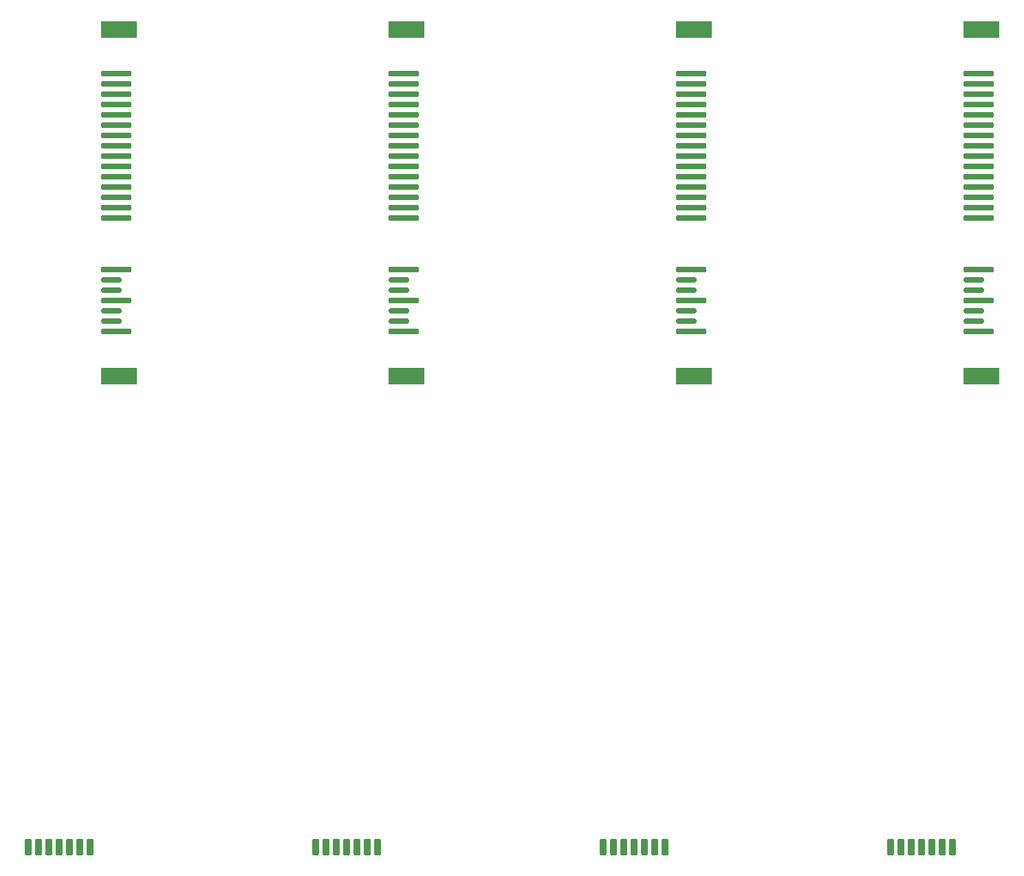
<source format=gbr>
%TF.GenerationSoftware,KiCad,Pcbnew,7.0.9*%
%TF.CreationDate,2024-03-25T15:38:11+01:00*%
%TF.ProjectId,8x-sata-backplane,38782d73-6174-4612-9d62-61636b706c61,rev?*%
%TF.SameCoordinates,Original*%
%TF.FileFunction,Paste,Top*%
%TF.FilePolarity,Positive*%
%FSLAX46Y46*%
G04 Gerber Fmt 4.6, Leading zero omitted, Abs format (unit mm)*
G04 Created by KiCad (PCBNEW 7.0.9) date 2024-03-25 15:38:11*
%MOMM*%
%LPD*%
G01*
G04 APERTURE LIST*
G04 Aperture macros list*
%AMRoundRect*
0 Rectangle with rounded corners*
0 $1 Rounding radius*
0 $2 $3 $4 $5 $6 $7 $8 $9 X,Y pos of 4 corners*
0 Add a 4 corners polygon primitive as box body*
4,1,4,$2,$3,$4,$5,$6,$7,$8,$9,$2,$3,0*
0 Add four circle primitives for the rounded corners*
1,1,$1+$1,$2,$3*
1,1,$1+$1,$4,$5*
1,1,$1+$1,$6,$7*
1,1,$1+$1,$8,$9*
0 Add four rect primitives between the rounded corners*
20,1,$1+$1,$2,$3,$4,$5,0*
20,1,$1+$1,$4,$5,$6,$7,0*
20,1,$1+$1,$6,$7,$8,$9,0*
20,1,$1+$1,$8,$9,$2,$3,0*%
G04 Aperture macros list end*
%ADD10RoundRect,0.150000X1.752500X-0.150000X1.752500X0.150000X-1.752500X0.150000X-1.752500X-0.150000X0*%
%ADD11RoundRect,0.150000X1.117500X-0.150000X1.117500X0.150000X-1.117500X0.150000X-1.117500X-0.150000X0*%
%ADD12RoundRect,0.150000X1.750000X-0.150000X1.750000X0.150000X-1.750000X0.150000X-1.750000X-0.150000X0*%
%ADD13R,4.445000X2.100000*%
%ADD14RoundRect,0.225000X0.225000X0.775000X-0.225000X0.775000X-0.225000X-0.775000X0.225000X-0.775000X0*%
G04 APERTURE END LIST*
D10*
%TO.C,J7*%
X150585500Y-78232000D03*
D11*
X149950500Y-76962000D03*
X149950500Y-75692000D03*
D10*
X150585500Y-74422000D03*
D11*
X149950500Y-73152000D03*
X149950500Y-71882000D03*
D10*
X150585500Y-70612000D03*
D12*
X150583000Y-64262000D03*
X150583000Y-62992000D03*
X150583000Y-61722000D03*
X150583000Y-60452000D03*
X150583000Y-59182000D03*
X150583000Y-57912000D03*
X150583000Y-56642000D03*
X150583000Y-55372000D03*
X150583000Y-54102000D03*
X150583000Y-52832000D03*
X150583000Y-51562000D03*
X150583000Y-50292000D03*
X150583000Y-49022000D03*
X150583000Y-47752000D03*
X150583000Y-46482000D03*
D13*
X150900500Y-83707000D03*
X150900500Y-41007000D03*
%TD*%
D10*
%TO.C,J5*%
X115185500Y-78232000D03*
D11*
X114550500Y-76962000D03*
X114550500Y-75692000D03*
D10*
X115185500Y-74422000D03*
D11*
X114550500Y-73152000D03*
X114550500Y-71882000D03*
D10*
X115185500Y-70612000D03*
D12*
X115183000Y-64262000D03*
X115183000Y-62992000D03*
X115183000Y-61722000D03*
X115183000Y-60452000D03*
X115183000Y-59182000D03*
X115183000Y-57912000D03*
X115183000Y-56642000D03*
X115183000Y-55372000D03*
X115183000Y-54102000D03*
X115183000Y-52832000D03*
X115183000Y-51562000D03*
X115183000Y-50292000D03*
X115183000Y-49022000D03*
X115183000Y-47752000D03*
X115183000Y-46482000D03*
D13*
X115500500Y-83707000D03*
X115500500Y-41007000D03*
%TD*%
D10*
%TO.C,J3*%
X79785500Y-78232000D03*
D11*
X79150500Y-76962000D03*
X79150500Y-75692000D03*
D10*
X79785500Y-74422000D03*
D11*
X79150500Y-73152000D03*
X79150500Y-71882000D03*
D10*
X79785500Y-70612000D03*
D12*
X79783000Y-64262000D03*
X79783000Y-62992000D03*
X79783000Y-61722000D03*
X79783000Y-60452000D03*
X79783000Y-59182000D03*
X79783000Y-57912000D03*
X79783000Y-56642000D03*
X79783000Y-55372000D03*
X79783000Y-54102000D03*
X79783000Y-52832000D03*
X79783000Y-51562000D03*
X79783000Y-50292000D03*
X79783000Y-49022000D03*
X79783000Y-47752000D03*
X79783000Y-46482000D03*
D13*
X80100500Y-83707000D03*
X80100500Y-41007000D03*
%TD*%
D10*
%TO.C,J1*%
X44385500Y-78232000D03*
D11*
X43750500Y-76962000D03*
X43750500Y-75692000D03*
D10*
X44385500Y-74422000D03*
D11*
X43750500Y-73152000D03*
X43750500Y-71882000D03*
D10*
X44385500Y-70612000D03*
D12*
X44383000Y-64262000D03*
X44383000Y-62992000D03*
X44383000Y-61722000D03*
X44383000Y-60452000D03*
X44383000Y-59182000D03*
X44383000Y-57912000D03*
X44383000Y-56642000D03*
X44383000Y-55372000D03*
X44383000Y-54102000D03*
X44383000Y-52832000D03*
X44383000Y-51562000D03*
X44383000Y-50292000D03*
X44383000Y-49022000D03*
X44383000Y-47752000D03*
X44383000Y-46482000D03*
D13*
X44700500Y-83707000D03*
X44700500Y-41007000D03*
%TD*%
D14*
%TO.C,J2*%
X33528000Y-141678000D03*
X34798000Y-141678000D03*
X36068000Y-141678000D03*
X37338000Y-141678000D03*
X38608000Y-141678000D03*
X39878000Y-141678000D03*
X41148000Y-141678000D03*
%TD*%
%TO.C,J6*%
X111948000Y-141678000D03*
X110678000Y-141678000D03*
X109408000Y-141678000D03*
X108138000Y-141678000D03*
X106868000Y-141678000D03*
X105598000Y-141678000D03*
X104328000Y-141678000D03*
%TD*%
%TO.C,J4*%
X76548000Y-141678000D03*
X75278000Y-141678000D03*
X74008000Y-141678000D03*
X72738000Y-141678000D03*
X71468000Y-141678000D03*
X70198000Y-141678000D03*
X68928000Y-141678000D03*
%TD*%
%TO.C,J8*%
X147348000Y-141698000D03*
X146078000Y-141698000D03*
X144808000Y-141698000D03*
X143538000Y-141698000D03*
X142268000Y-141698000D03*
X140998000Y-141698000D03*
X139728000Y-141698000D03*
%TD*%
M02*

</source>
